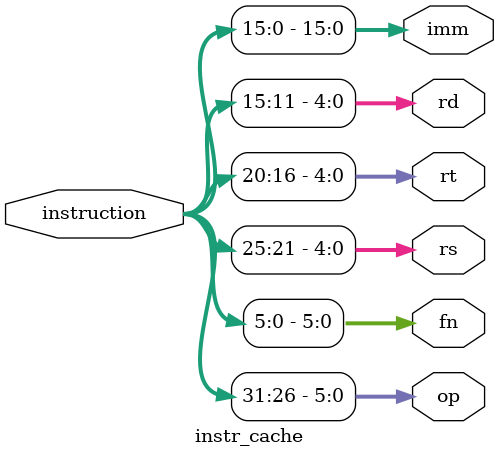
<source format=v>
module instr_cache(instruction,op,fn,rs,rt,rd,imm);

input [31:0]instruction;
output [5:0]op,fn;
output [4:0]rs,rt,rd;
output [15:0]imm;

assign op=instruction[31:26];
assign fn=instruction[5:0];
assign rs=instruction[25:21];
assign rt=instruction[20:16];
assign rd=instruction[15:11];
assign imm=instruction[15:0];

endmodule

//verified
</source>
